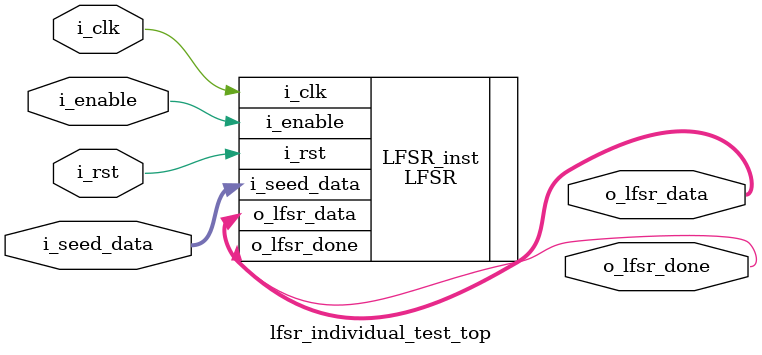
<source format=v>
`timescale 1ns / 1ps



module lfsr_individual_test_top(
        input i_clk,
        input i_rst,
        input i_enable,
        
        // Optional Seed Value
        input  [5-1:0] i_seed_data,
        
        output [5-1:0] o_lfsr_data,
        output o_lfsr_done
    );
    
    LFSR #(.NUM_BITS(5)) LFSR_inst
         (.i_clk       (i_clk),
          .i_rst       (i_rst),
          .i_enable    (i_enable),
          .i_seed_data (i_seed_data), 
          .o_lfsr_data (o_lfsr_data),
          .o_lfsr_done (o_lfsr_done)
          );
          
endmodule

</source>
